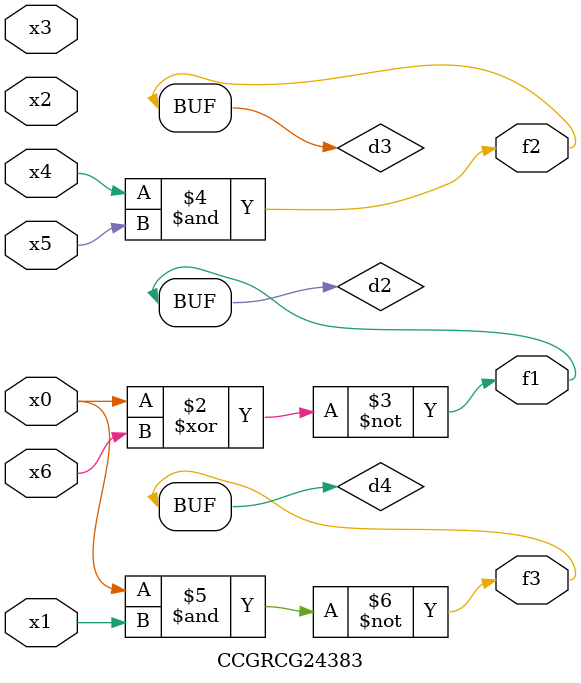
<source format=v>
module CCGRCG24383(
	input x0, x1, x2, x3, x4, x5, x6,
	output f1, f2, f3
);

	wire d1, d2, d3, d4;

	nor (d1, x0);
	xnor (d2, x0, x6);
	and (d3, x4, x5);
	nand (d4, x0, x1);
	assign f1 = d2;
	assign f2 = d3;
	assign f3 = d4;
endmodule

</source>
